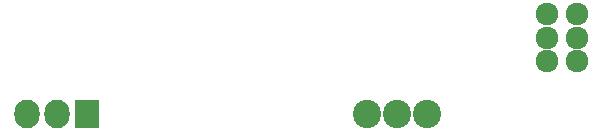
<source format=gbr>
G04 #@! TF.FileFunction,Soldermask,Bot*
%FSLAX46Y46*%
G04 Gerber Fmt 4.6, Leading zero omitted, Abs format (unit mm)*
G04 Created by KiCad (PCBNEW 4.0.6-e0-6349~52~ubuntu16.10.1) date Mon May  8 18:47:24 2017*
%MOMM*%
%LPD*%
G01*
G04 APERTURE LIST*
%ADD10C,0.100000*%
%ADD11R,2.127200X2.432000*%
%ADD12O,2.127200X2.432000*%
%ADD13C,2.398980*%
%ADD14C,1.924000*%
G04 APERTURE END LIST*
D10*
D11*
X82780000Y-99000000D03*
D12*
X80240000Y-99000000D03*
X77700000Y-99000000D03*
D13*
X109000000Y-99000000D03*
X106460000Y-99000000D03*
X111540000Y-99000000D03*
D14*
X124250000Y-90500000D03*
X124250000Y-92500000D03*
X124250000Y-94500000D03*
X121750000Y-90500000D03*
X121750000Y-92500000D03*
X121750000Y-94500000D03*
M02*

</source>
